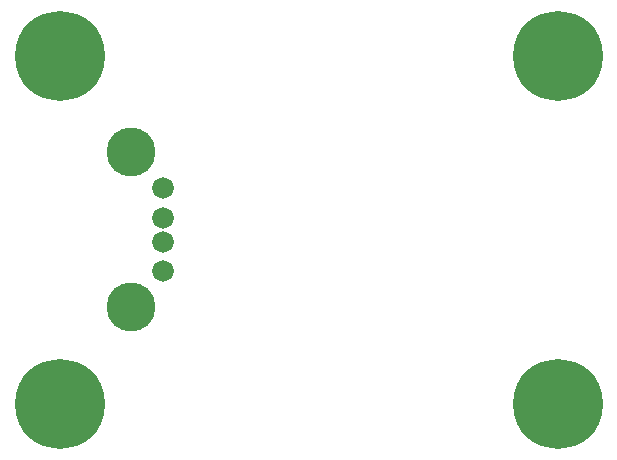
<source format=gbr>
G04 start of page 7 for group -4062 idx -4062 *
G04 Title: (unknown), soldermask *
G04 Creator: pcb 20140316 *
G04 CreationDate: Sun 30 Dec 2018 07:44:10 PM GMT UTC *
G04 For: railfan *
G04 Format: Gerber/RS-274X *
G04 PCB-Dimensions (mil): 2000.00 1500.00 *
G04 PCB-Coordinate-Origin: lower left *
%MOIN*%
%FSLAX25Y25*%
%LNBOTTOMMASK*%
%ADD57C,0.0720*%
%ADD56C,0.1630*%
%ADD55C,0.2997*%
G54D55*X17000Y17000D03*
G54D56*X40700Y49200D03*
G54D57*X51400Y71100D03*
Y61300D03*
G54D55*X183000Y133000D03*
Y17000D03*
X17000Y133000D03*
G54D56*X40700Y100900D03*
G54D57*X51400Y79100D03*
Y88900D03*
M02*

</source>
